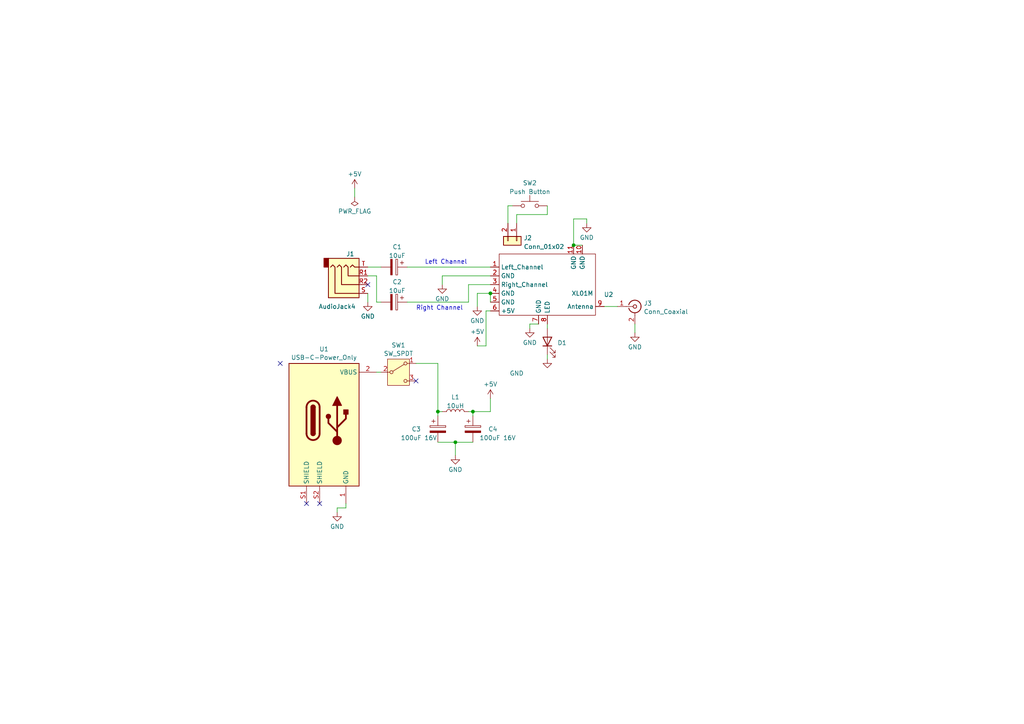
<source format=kicad_sch>
(kicad_sch (version 20230121) (generator eeschema)
  (paper "A4")
  (lib_symbols
    (symbol "Connector:Conn_Coaxial" (pin_names (offset 1.016) hide)
      (property "Reference" "J" (at 0.254 3.048 0))
      (property "Value" "Conn_Coaxial" (at 2.921 0 90))
      (symbol "Conn_Coaxial_0_1"
        (arc (start -1.778 -0.508) (mid 0.2311 -1.8066) (end 1.778 0) (stroke (width 0.254)))
        (polyline (pts (xy -2.54 0) (xy -0.508 0)))
        (polyline (pts (xy 0 -2.54) (xy 0 -1.778)))
        (circle (center 0 0) (radius 0.508) (stroke (width 0.2032)))
        (arc (start 1.778 0) (mid 0.2099 1.8101) (end -1.778 0.508) (stroke (width 0.254)))
      )
      (symbol "Conn_Coaxial_1_1"
        (pin passive line (at -5.08 0 0) (length 2.54) (name "In") (number "1"))
        (pin passive line (at 0 -5.08 90) (length 2.54) (name "Ext") (number "2"))
      )
    )
    (symbol "Connector_Audio:AudioJack4"
      (property "Reference" "J" (at 0 8.89 0))
      (property "Value" "AudioJack4" (at 0 6.35 0))
      (symbol "AudioJack4_0_1"
        (rectangle (start -6.35 -5.08) (end -7.62 -7.62) (stroke (width 0.254)) (fill (type outline)))
        (polyline (pts (xy 0 -5.08) (xy 0.635 -5.715) (xy 1.27 -5.08) (xy 2.54 -5.08)) (stroke (width 0.254)))
        (polyline (pts (xy -5.715 -5.08) (xy -5.08 -5.715) (xy -4.445 -5.08) (xy -4.445 2.54) (xy 2.54 2.54)) (stroke (width 0.254)))
        (polyline (pts (xy -1.905 -5.08) (xy -1.27 -5.715) (xy -0.635 -5.08) (xy -0.635 -2.54) (xy 2.54 -2.54)) (stroke (width 0.254)))
        (polyline (pts (xy 2.54 0) (xy -2.54 0) (xy -2.54 -5.08) (xy -3.175 -5.715) (xy -3.81 -5.08)) (stroke (width 0.254)))
        (rectangle (start 2.54 3.81) (end -6.35 -7.62) (stroke (width 0.254)) (fill (type background)))
      )
      (symbol "AudioJack4_1_1"
        (pin passive line (at 5.08 -2.54 180) (length 2.54) (name "~") (number "R1"))
        (pin passive line (at 5.08 0 180) (length 2.54) (name "~") (number "R2"))
        (pin passive line (at 5.08 2.54 180) (length 2.54) (name "~") (number "S"))
        (pin passive line (at 5.08 -5.08 180) (length 2.54) (name "~") (number "T"))
      )
    )
    (symbol "Connector_Generic:Conn_01x02" (pin_names (offset 1.016) hide)
      (property "Reference" "J" (at 0 2.54 0))
      (property "Value" "Conn_01x02" (at 0 -5.08 0))
      (symbol "Conn_01x02_1_1"
        (rectangle (start -1.27 -2.413) (end 0 -2.667) (stroke (width 0.1524)))
        (rectangle (start -1.27 0.127) (end 0 -0.127) (stroke (width 0.1524)))
        (rectangle (start -1.27 1.27) (end 1.27 -3.81) (stroke (width 0.254)) (fill (type background)))
        (pin passive line (at -5.08 0 0) (length 3.81) (name "Pin_1") (number "1"))
        (pin passive line (at -5.08 -2.54 0) (length 3.81) (name "Pin_2") (number "2"))
      )
    )
    (symbol "Device:C_Polarized" (pin_numbers hide) (pin_names (offset 0.254))
      (property "Reference" "C" (at 0.635 2.54 0))
      (property "Value" "C_Polarized" (at 0.635 -2.54 0))
      (symbol "C_Polarized_0_1"
        (rectangle (start -2.286 0.508) (end 2.286 1.016))
        (polyline (pts (xy -1.778 2.286) (xy -0.762 2.286)))
        (polyline (pts (xy -1.27 2.794) (xy -1.27 1.778)))
        (rectangle (start 2.286 -0.508) (end -2.286 -1.016) (fill (type outline)))
      )
      (symbol "C_Polarized_1_1"
        (pin passive line (at 0 3.81 270) (length 2.794) (name "~") (number "1"))
        (pin passive line (at 0 -3.81 90) (length 2.794) (name "~") (number "2"))
      )
    )
    (symbol "Device:L" (pin_numbers hide) (pin_names (offset 1.016) hide)
      (property "Reference" "L" (at -1.27 0 90))
      (property "Value" "L" (at 1.905 0 90))
      (symbol "L_0_1"
        (arc (start 0 -2.54) (mid 0.6323 -1.905) (end 0 -1.27))
        (arc (start 0 -1.27) (mid 0.6323 -0.635) (end 0 0))
        (arc (start 0 0) (mid 0.6323 0.635) (end 0 1.27))
        (arc (start 0 1.27) (mid 0.6323 1.905) (end 0 2.54))
      )
      (symbol "L_1_1"
        (pin passive line (at 0 3.81 270) (length 1.27) (name "1") (number "1"))
        (pin passive line (at 0 -3.81 90) (length 1.27) (name "2") (number "2"))
      )
    )
    (symbol "Device:LED" (pin_numbers hide) (pin_names (offset 1.016) hide)
      (property "Reference" "D" (at 0 2.54 0))
      (property "Value" "LED" (at 0 -2.54 0))
      (symbol "LED_0_1"
        (polyline (pts (xy -1.27 -1.27) (xy -1.27 1.27)) (stroke (width 0.254)))
        (polyline (pts (xy -1.27 0) (xy 1.27 0)))
        (polyline (pts (xy 1.27 -1.27) (xy 1.27 1.27) (xy -1.27 0) (xy 1.27 -1.27)) (stroke (width 0.254)))
        (polyline (pts (xy -3.048 -0.762) (xy -4.572 -2.286) (xy -3.81 -2.286) (xy -4.572 -2.286) (xy -4.572 -1.524)))
        (polyline (pts (xy -1.778 -0.762) (xy -3.302 -2.286) (xy -2.54 -2.286) (xy -3.302 -2.286) (xy -3.302 -1.524)))
      )
      (symbol "LED_1_1"
        (pin passive line (at -3.81 0 0) (length 2.54) (name "K") (number "1"))
        (pin passive line (at 3.81 0 180) (length 2.54) (name "A") (number "2"))
      )
    )
    (symbol "GND_1" (power) (pin_names (offset 0))
      (property "Value" "GND_1" (at 0 -3.81 0))
      (symbol "GND_1_0_1"
        (polyline (pts (xy 0 0) (xy 0 -1.27) (xy 1.27 -1.27) (xy 0 -2.54) (xy -1.27 -1.27) (xy 0 -1.27)))
      )
      (symbol "GND_1_1_1"
        (pin power_in line (at 0 0 270) (length 0) hide (name "GND") (number "1"))
      )
    )
    (symbol "Modules:USB-C-Power_Only"
      (property "Reference" "U" (at 0 1.27 0))
      (property "Value" "USB-C-Power_Only" (at 8.89 -1.27 0))
      (symbol "USB-C-Power_Only_0_1"
        (rectangle (start -1.27 -3.81) (end 19.05 -39.37) (stroke (width 0.254)) (fill (type background)))
        (polyline (pts (xy 3.81 -24.13) (xy 3.81 -16.51)) (stroke (width 0.508)))
        (polyline (pts (xy 7.62 -16.51) (xy 7.62 -24.13)) (stroke (width 0.508)))
        (polyline (pts (xy 12.7 -26.162) (xy 12.7 -16.002)) (stroke (width 0.508)))
        (polyline (pts (xy 12.7 -23.622) (xy 10.16 -21.082) (xy 10.16 -19.812)) (stroke (width 0.508)))
        (polyline (pts (xy 12.7 -22.352) (xy 15.24 -19.812) (xy 15.24 -18.542)) (stroke (width 0.508)))
        (polyline (pts (xy 11.43 -16.002) (xy 12.7 -13.462) (xy 13.97 -16.002) (xy 11.43 -16.002)) (stroke (width 0.254)) (fill (type outline)))
        (arc (start 3.81 -24.13) (mid 5.715 -26.0266) (end 7.62 -24.13) (stroke (width 0.508)))
        (arc (start 5.08 -24.13) (mid 5.715 -24.7622) (end 6.35 -24.13) (stroke (width 0.254)))
        (arc (start 5.08 -24.13) (mid 5.715 -24.7622) (end 6.35 -24.13) (stroke (width 0.254)) (fill (type outline)))
        (rectangle (start 5.08 -24.13) (end 6.35 -16.51) (stroke (width 0.254)) (fill (type outline)))
        (arc (start 6.35 -16.51) (mid 5.715 -15.8777) (end 5.08 -16.51) (stroke (width 0.254)))
        (arc (start 6.35 -16.51) (mid 5.715 -15.8777) (end 5.08 -16.51) (stroke (width 0.254)) (fill (type outline)))
        (arc (start 7.62 -16.51) (mid 5.715 -14.6133) (end 3.81 -16.51) (stroke (width 0.508)))
        (circle (center 10.16 -19.177) (radius 0.635) (stroke (width 0.254)) (fill (type outline)))
        (circle (center 12.7 -26.162) (radius 1.27) (fill (type outline)))
        (rectangle (start 14.605 -18.542) (end 15.875 -17.272) (stroke (width 0.254)) (fill (type outline)))
      )
      (symbol "USB-C-Power_Only_1_1"
        (pin power_out line (at 15.24 -44.45 90) (length 5.08) (name "GND") (number "1"))
        (pin power_out line (at 24.13 -6.35 180) (length 5.08) (name "VBUS") (number "2"))
        (pin passive line (at 3.81 -44.45 90) (length 5.08) (name "SHIELD") (number "S1"))
        (pin passive line (at 7.62 -44.45 90) (length 5.08) (name "SHIELD") (number "S2"))
      )
    )
    (symbol "Modules:XL01M"
      (property "Reference" "U" (at -6.35 7.62 0))
      (property "Value" "XL01M" (at 15.24 -2.54 0))
      (symbol "XL01M_0_1"
        (rectangle (start -7.62 6.35) (end 20.32 -11.43))
      )
      (symbol "XL01M_1_1"
        (pin input line (at -10.16 2.54 0) (length 2.54) (name "Left_Channel") (number "1"))
        (pin power_in line (at 16.51 8.89 270) (length 2.54) (name "GND") (number "10"))
        (pin power_in line (at 13.97 8.89 270) (length 2.54) (name "GND") (number "11"))
        (pin power_in line (at -10.16 0 0) (length 2.54) (name "GND") (number "2"))
        (pin input line (at -10.16 -2.54 0) (length 2.54) (name "Right_Channel") (number "3"))
        (pin power_in line (at -10.16 -5.08 0) (length 2.54) (name "GND") (number "4"))
        (pin power_in line (at -10.16 -7.62 0) (length 2.54) (name "GND") (number "5"))
        (pin power_in line (at -10.16 -10.16 0) (length 2.54) (name "+5V") (number "6"))
        (pin power_in line (at 3.81 -13.97 90) (length 2.54) (name "GND") (number "7"))
        (pin output line (at 6.35 -13.97 90) (length 2.54) (name "LED") (number "8"))
        (pin output line (at 22.86 -8.89 180) (length 2.54) (name "Antenna") (number "9"))
      )
    )
    (symbol "SW_SPDT_1" (pin_names (offset 0) hide)
      (property "Reference" "SW" (at 0 5.08 0))
      (property "Value" "SW_SPDT" (at 0 -5.08 0))
      (symbol "SW_SPDT_1_0_1"
        (circle (center -2.032 0) (radius 0.4572))
        (polyline (pts (xy -1.651 0.254) (xy 1.651 2.286)))
        (circle (center 2.032 -2.54) (radius 0.4572))
        (circle (center 2.032 2.54) (radius 0.4572))
      )
      (symbol "SW_SPDT_1_1_1"
        (rectangle (start -3.175 3.81) (end 3.175 -3.81) (fill (type background)))
        (pin passive line (at 5.08 2.54 180) (length 2.54) (name "A") (number "1"))
        (pin passive line (at -5.08 0 0) (length 2.54) (name "B") (number "2"))
        (pin passive line (at 5.08 -2.54 180) (length 2.54) (name "C") (number "3"))
      )
    )
    (symbol "Switch:SW_Push" (pin_numbers hide) (pin_names (offset 1.016) hide)
      (property "Reference" "SW" (at 1.27 2.54 0))
      (property "Value" "SW_Push" (at 0 -1.524 0))
      (symbol "SW_Push_0_1"
        (circle (center -2.032 0) (radius 0.508))
        (polyline (pts (xy 0 1.27) (xy 0 3.048)))
        (polyline (pts (xy 2.54 1.27) (xy -2.54 1.27)))
        (circle (center 2.032 0) (radius 0.508))
        (pin passive line (at -5.08 0 0) (length 2.54) (name "1") (number "1"))
        (pin passive line (at 5.08 0 180) (length 2.54) (name "2") (number "2"))
      )
    )
    (symbol "power:+5V" (power) (pin_names (offset 0))
      (property "Value" "+5V" (at 0 3.556 0))
      (symbol "+5V_0_1"
        (polyline (pts (xy -0.762 1.27) (xy 0 2.54)))
        (polyline (pts (xy 0 0) (xy 0 2.54)))
        (polyline (pts (xy 0 2.54) (xy 0.762 1.27)))
      )
      (symbol "+5V_1_1"
        (pin power_in line (at 0 0 90) (length 0) hide (name "+5V") (number "1"))
      )
    )
    (symbol "power:PWR_FLAG" (power) (pin_numbers hide) (pin_names (offset 0) hide)
      (property "Value" "PWR_FLAG" (at 0 3.81 0))
      (symbol "PWR_FLAG_0_0"
        (pin power_out line (at 0 0 90) (length 0) (name "pwr") (number "1"))
      )
      (symbol "PWR_FLAG_0_1"
        (polyline (pts (xy 0 0) (xy 0 1.27) (xy -1.016 1.905) (xy 0 2.54) (xy 1.016 1.905) (xy 0 1.27)))
      )
    )
  )
  (junction (at 127 119.38))
  (junction (at 132.08 128.27))
  (junction (at 142.24 85.09))
  (junction (at 166.37 71.12))
  (junction (at 137.16 119.38))
  (no_connect (at 120.65 110.49))
  (no_connect (at 88.9 146.05))
  (no_connect (at 106.68 82.55))
  (no_connect (at 81.28 105.41))
  (no_connect (at 92.71 146.05))
  (wire (pts (xy 158.75 93.98) (xy 158.75 95.25)))
  (wire (pts (xy 102.87 54.61) (xy 102.87 57.15)))
  (wire (pts (xy 97.79 147.32) (xy 97.79 148.59)))
  (wire (pts (xy 109.22 80.01) (xy 109.22 87.63)))
  (wire (pts (xy 127 119.38) (xy 128.27 119.38)))
  (wire (pts (xy 135.89 82.55) (xy 142.24 82.55)))
  (wire (pts (xy 100.33 147.32) (xy 97.79 147.32)))
  (wire (pts (xy 158.75 62.23) (xy 158.75 59.69)))
  (wire (pts (xy 128.27 80.01) (xy 142.24 80.01)))
  (wire (pts (xy 127 120.65) (xy 127 119.38)))
  (wire (pts (xy 106.68 80.01) (xy 109.22 80.01)))
  (wire (pts (xy 132.08 128.27) (xy 137.16 128.27)))
  (wire (pts (xy 109.22 87.63) (xy 110.49 87.63)))
  (wire (pts (xy 158.75 62.23) (xy 149.86 62.23)))
  (wire (pts (xy 142.24 87.63) (xy 142.24 85.09)))
  (wire (pts (xy 166.37 71.12) (xy 168.91 71.12)))
  (wire (pts (xy 142.24 90.17) (xy 140.97 90.17)))
  (wire (pts (xy 158.75 102.87) (xy 158.75 104.14)))
  (wire (pts (xy 109.22 107.95) (xy 110.49 107.95)))
  (wire (pts (xy 118.11 77.47) (xy 142.24 77.47)))
  (wire (pts (xy 137.16 120.65) (xy 137.16 119.38)))
  (wire (pts (xy 149.86 62.23) (xy 149.86 64.77)))
  (wire (pts (xy 106.68 77.47) (xy 110.49 77.47)))
  (wire (pts (xy 142.24 119.38) (xy 142.24 115.57)))
  (wire (pts (xy 132.08 132.08) (xy 132.08 128.27)))
  (wire (pts (xy 175.26 88.9) (xy 179.07 88.9)))
  (wire (pts (xy 138.43 85.09) (xy 138.43 88.9)))
  (wire (pts (xy 166.37 71.12) (xy 166.37 63.5)))
  (wire (pts (xy 135.89 119.38) (xy 137.16 119.38)))
  (wire (pts (xy 170.18 63.5) (xy 170.18 64.77)))
  (wire (pts (xy 118.11 87.63) (xy 135.89 87.63)))
  (wire (pts (xy 140.97 90.17) (xy 140.97 100.33)))
  (wire (pts (xy 153.67 93.98) (xy 153.67 95.25)))
  (wire (pts (xy 137.16 119.38) (xy 142.24 119.38)))
  (wire (pts (xy 138.43 100.33) (xy 140.97 100.33)))
  (wire (pts (xy 153.67 93.98) (xy 156.21 93.98)))
  (wire (pts (xy 127 128.27) (xy 132.08 128.27)))
  (wire (pts (xy 100.33 146.05) (xy 100.33 147.32)))
  (wire (pts (xy 106.68 87.63) (xy 106.68 85.09)))
  (wire (pts (xy 127 105.41) (xy 127 119.38)))
  (wire (pts (xy 166.37 63.5) (xy 170.18 63.5)))
  (wire (pts (xy 184.15 93.98) (xy 184.15 96.52)))
  (wire (pts (xy 147.32 59.69) (xy 148.59 59.69)))
  (wire (pts (xy 120.65 105.41) (xy 127 105.41)))
  (wire (pts (xy 135.89 82.55) (xy 135.89 87.63)))
  (wire (pts (xy 128.27 80.01) (xy 128.27 82.55)))
  (wire (pts (xy 147.32 64.77) (xy 147.32 59.69)))
  (wire (pts (xy 138.43 85.09) (xy 142.24 85.09)))
  (text "Right Channel" (at 120.65 90.17 0) (effects (font (size 1.27 1.27)) (justify left bottom)))
  (text "Left Channel" (at 123.19 76.835 0) (effects (font (size 1.27 1.27)) (justify left bottom)))
  (symbol (lib_name "GND_1") (lib_id "power:GND") (at 128.27 82.55 0) (unit 1)
    (property "Reference" "#PWR04" (effects hide))
    (property "Value" "GND" (at 128.27 86.6831 0))
  )
  (symbol (lib_id "Switch:SW_Push") (at 153.67 59.69 0) (unit 1)
    (property "Reference" "SW2" (at 153.67 53.0692 0))
    (property "Value" "Push Button" (at 153.67 55.6061 0))
    (property "Footprint" "Button_Switch_THT:SW_Tactile_SPST_Angled_PTS645Vx58-2LFS" (effects hide))
  )
  (symbol (lib_id "power:+5V") (at 102.87 54.61 0) (unit 1)
    (property "Reference" "#PWR02" (effects hide))
    (property "Value" "+5V" (at 102.87 50.4769 0))
  )
  (symbol (lib_name "GND_1") (lib_id "power:GND") (at 184.15 96.52 0) (unit 1)
    (property "Reference" "#PWR012" (effects hide))
    (property "Value" "GND" (at 184.15 100.6531 0))
  )
  (symbol (lib_id "Connector_Generic:Conn_01x02") (at 149.86 69.85 270) (unit 1)
    (property "Reference" "J2" (at 151.892 69.0153 90) (effects (justify left)))
    (property "Value" "Conn_01x02" (at 151.892 71.5522 90) (effects (justify left)))
    (property "Footprint" "Connector_PinSocket_2.54mm:PinSocket_1x02_P2.54mm_Vertical" (effects hide))
  )
  (symbol (lib_id "Device:C_Polarized") (at 114.3 77.47 270) (unit 1)
    (property "Reference" "C1" (at 115.189 71.6112 90))
    (property "Value" "10uF" (at 115.189 74.1481 90))
    (property "Footprint" "Capacitor_THT:CP_Radial_D5.0mm_P2.50mm" (effects hide))
  )
  (symbol (lib_id "Device:C_Polarized") (at 137.16 124.46 0) (unit 1)
    (property "Reference" "C4" (at 141.605 124.46 0) (effects (justify left)))
    (property "Value" "100uF 16V" (at 139.065 127 0) (effects (justify left)))
    (property "Footprint" "Capacitor_THT:CP_Radial_D5.0mm_P2.50mm" (effects hide))
  )
  (symbol (lib_id "Connector_Audio:AudioJack4") (at 101.6 82.55 0) (mirror x) (unit 1)
    (property "Reference" "J1" (at 101.6 73.66 0))
    (property "Value" "AudioJack4" (at 97.79 88.9 0))
    (property "Footprint" "Connector_Audio:Jack_3.5mm_PJ320E_Horizontal" (effects hide))
  )
  (symbol (lib_name "SW_SPDT_1") (lib_id "Switch:SW_SPDT") (at 115.57 107.95 0) (unit 1)
    (property "Reference" "SW1" (at 115.57 100.1227 0))
    (property "Value" "SW_SPDT" (at 115.57 102.5469 0))
    (property "Footprint" "Button_Switch_THT:SW_Slide_SPDT_Angled_CK_OS102011MA1Q" (effects hide))
  )
  (symbol (lib_id "power:+5V") (at 138.43 100.33 0) (unit 1)
    (property "Reference" "#PWR06" (effects hide))
    (property "Value" "+5V" (at 138.43 96.1969 0))
  )
  (symbol (lib_name "GND_1") (lib_id "power:GND") (at 132.08 132.08 0) (unit 1)
    (property "Reference" "#PWR08" (effects hide))
    (property "Value" "GND" (at 132.08 136.2131 0))
  )
  (symbol (lib_id "Modules:USB-C-Power_Only") (at 85.09 101.6 0) (unit 1)
    (property "Reference" "U1" (at 93.98 101.2657 0))
    (property "Value" "USB-C-Power_Only" (at 93.98 103.6899 0))
    (property "Footprint" "Modules:USB_C_Power" (effects hide))
  )
  (symbol (lib_name "GND_1") (lib_id "power:GND") (at 97.79 148.59 0) (unit 1)
    (property "Reference" "#PWR03" (effects hide))
    (property "Value" "GND" (at 97.79 152.7231 0))
  )
  (symbol (lib_id "Device:C_Polarized") (at 114.3 87.63 270) (unit 1)
    (property "Reference" "C2" (at 115.189 81.7712 90))
    (property "Value" "10uF" (at 115.189 84.3081 90))
    (property "Footprint" "Capacitor_THT:CP_Radial_D5.0mm_P2.50mm" (effects hide))
  )
  (symbol (lib_id "Modules:XL01M") (at 152.4 80.01 0) (unit 1)
    (property "Reference" "U2" (at 176.5202 85.4258 0))
    (property "Value" "XL01M" (at 168.91 85.09 0))
    (property "Footprint" "Modules:XL01M" (effects hide))
  )
  (symbol (lib_name "GND_1") (lib_id "power:GND") (at 158.75 104.14 0) (unit 1)
    (property "Reference" "#PWR09" (effects hide))
    (property "Value" "GND" (at 149.86 108.2731 0))
  )
  (symbol (lib_name "GND_1") (lib_id "power:GND") (at 170.18 64.77 0) (unit 1)
    (property "Reference" "#PWR011" (effects hide))
    (property "Value" "GND" (at 170.18 68.9031 0))
  )
  (symbol (lib_id "Device:C_Polarized") (at 127 124.46 0) (unit 1)
    (property "Reference" "C3" (at 119.38 124.46 0) (effects (justify left)))
    (property "Value" "100uF 16V" (at 116.205 127 0) (effects (justify left)))
    (property "Footprint" "Capacitor_THT:CP_Radial_D5.0mm_P2.50mm" (effects hide))
  )
  (symbol (lib_id "power:+5V") (at 142.24 115.57 0) (unit 1)
    (property "Reference" "#PWR010" (effects hide))
    (property "Value" "+5V" (at 142.24 111.4369 0))
  )
  (symbol (lib_id "power:PWR_FLAG") (at 102.87 57.15 180) (unit 1)
    (property "Reference" "#FLG01" (effects hide))
    (property "Value" "PWR_FLAG" (at 102.87 61.2831 0))
  )
  (symbol (lib_name "GND_1") (lib_id "power:GND") (at 106.68 87.63 0) (unit 1)
    (property "Reference" "#PWR01" (effects hide))
    (property "Value" "GND" (at 106.68 91.7631 0))
  )
  (symbol (lib_name "GND_1") (lib_id "power:GND") (at 138.43 88.9 0) (unit 1)
    (property "Reference" "#PWR05" (effects hide))
    (property "Value" "GND" (at 138.43 93.0331 0))
  )
  (symbol (lib_id "Device:L") (at 132.08 119.38 90) (unit 1)
    (property "Reference" "L1" (at 132.08 115.1722 90))
    (property "Value" "10uH" (at 132.08 117.7091 90))
    (property "Footprint" "Inductor_THT:L_Radial_D6.0mm_P4.00mm" (effects hide))
  )
  (symbol (lib_id "Device:LED") (at 158.75 99.06 90) (unit 1)
    (property "Reference" "D1" (at 161.671 99.4354 90) (effects (justify right)))
    (property "Value" "LED" (effects hide))
    (property "Footprint" "LED_THT:LED_D1.8mm_W3.3mm_H2.4mm" (effects hide))
  )
  (symbol (lib_name "GND_1") (lib_id "power:GND") (at 153.67 95.25 0) (unit 1)
    (property "Reference" "#PWR07" (effects hide))
    (property "Value" "GND" (at 153.67 99.3831 0))
  )
  (symbol (lib_id "Connector:Conn_Coaxial") (at 184.15 88.9 0) (unit 1)
    (property "Reference" "J3" (at 186.6901 87.9811 0) (effects (justify left)))
    (property "Value" "Conn_Coaxial" (at 186.6901 90.4053 0) (effects (justify left)))
    (property "Footprint" "Connector_Coaxial:SMA_Amphenol_901-143_Horizontal" (effects hide))
    (property "Datasheet" " ~" (effects hide))
  )
)
</source>
